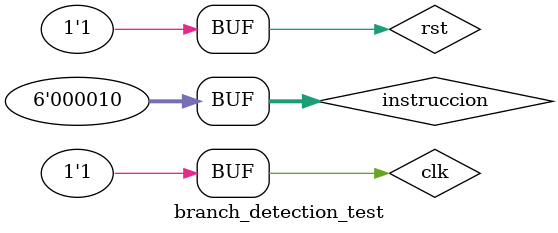
<source format=v>
`timescale 1ns / 1ps


module branch_detection_test;

	// Inputs
	reg clk;
	reg rst;
	reg [5:0] instruccion;

	// Instantiate the Unit Under Test (UUT)
	branch_detection uut (
		.clk(clk), 
		.rst(rst), 
		.instruccion(instruccion[5:0])
	);

	initial begin
		// Initialize Inputs
		clk = 0;
		rst = 0;
		instruccion = 0;

		// Wait 100 ns for global reset to finish
		#100;
		rst = 1;
		clk = 0;
		
		#100;
		clk = 1;
		instruccion = 6'b000100;
		
		#100;
		clk = 0;		
		
		#100;
		clk = 1;
		
		#100;
		clk = 0;
		
		#100;
		clk = 1;
		
		#100;
		clk = 0;
		
		#100;
		clk = 1;
		instruccion = 6'b000101;
		
		#100;
		clk = 0;
		
		
		#100;
		clk = 1;
		
		#100;
		clk = 0;
		
		#100;
		clk = 1;
		
		#100;
		clk = 0;
		
		#100;
		clk = 1;
		instruccion = 6'b000010;
		
		#100;
		clk = 0;
		
		#100;
		clk = 1;
		// Add stimulus here
	end
      
endmodule


</source>
